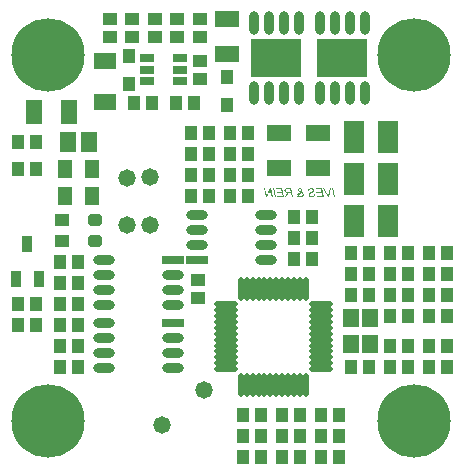
<source format=gbs>
G04*
G04 #@! TF.GenerationSoftware,Altium Limited,Altium Designer,20.0.2 (26)*
G04*
G04 Layer_Color=16711935*
%FSLAX25Y25*%
%MOIN*%
G70*
G01*
G75*
%ADD40R,0.06800X0.10800*%
%ADD45C,0.05800*%
%ADD46C,0.24422*%
%ADD74R,0.03359X0.05328*%
%ADD75O,0.07887X0.01981*%
%ADD76O,0.01981X0.07887*%
%ADD77R,0.07887X0.05249*%
%ADD78R,0.04461X0.04658*%
%ADD79R,0.16548X0.12610*%
%ADD80O,0.03162X0.07878*%
%ADD81R,0.04068X0.04737*%
%ADD82R,0.07300X0.05800*%
%ADD83R,0.04658X0.04461*%
%ADD84R,0.05131X0.03162*%
%ADD85R,0.04800X0.06300*%
%ADD86R,0.05249X0.07887*%
%ADD87O,0.07296X0.03162*%
%ADD88R,0.07296X0.03162*%
%ADD89R,0.04737X0.03950*%
G04:AMPARAMS|DCode=90|XSize=47.37mil|YSize=39.5mil|CornerRadius=0mil|HoleSize=0mil|Usage=FLASHONLY|Rotation=0.000|XOffset=0mil|YOffset=0mil|HoleType=Round|Shape=Octagon|*
%AMOCTAGOND90*
4,1,8,0.02368,-0.00987,0.02368,0.00987,0.01381,0.01975,-0.01381,0.01975,-0.02368,0.00987,-0.02368,-0.00987,-0.01381,-0.01975,0.01381,-0.01975,0.02368,-0.00987,0.0*
%
%ADD90OCTAGOND90*%

%ADD91R,0.05367X0.06587*%
%ADD92R,0.05328X0.06312*%
G36*
X83908Y77516D02*
X83977Y77503D01*
X84039Y77488D01*
X84092Y77472D01*
X84139Y77453D01*
X84158Y77444D01*
X84173Y77438D01*
X84185Y77431D01*
X84195Y77425D01*
X84198Y77422D01*
X84201D01*
X84260Y77381D01*
X84313Y77341D01*
X84357Y77294D01*
X84395Y77250D01*
X84426Y77213D01*
X84444Y77182D01*
X84454Y77169D01*
X84460Y77160D01*
X84463Y77157D01*
Y77154D01*
X84494Y77091D01*
X84516Y77032D01*
X84532Y76976D01*
X84541Y76926D01*
X84548Y76882D01*
X84554Y76851D01*
Y76839D01*
Y76829D01*
Y76826D01*
Y76823D01*
Y76776D01*
X84551Y76733D01*
X84544Y76695D01*
X84541Y76661D01*
X84535Y76630D01*
X84532Y76608D01*
X84529Y76595D01*
Y76589D01*
X84522Y76573D01*
X84516Y76555D01*
X84501Y76508D01*
X84482Y76458D01*
X84460Y76408D01*
X84438Y76361D01*
X84423Y76324D01*
X84416Y76308D01*
X84410Y76296D01*
X84407Y76289D01*
Y76286D01*
X84501Y76243D01*
X84579Y76199D01*
X84647Y76162D01*
X84703Y76127D01*
X84747Y76099D01*
X84778Y76077D01*
X84788Y76068D01*
X84797Y76065D01*
X84800Y76059D01*
X84803D01*
X84866Y76006D01*
X84919Y75950D01*
X84965Y75896D01*
X85003Y75850D01*
X85034Y75806D01*
X85056Y75772D01*
X85062Y75759D01*
X85069Y75753D01*
X85072Y75747D01*
Y75744D01*
X85100Y75675D01*
X85122Y75606D01*
X85137Y75538D01*
X85146Y75475D01*
X85153Y75419D01*
X85156Y75397D01*
X85159Y75375D01*
Y75360D01*
Y75347D01*
Y75341D01*
Y75338D01*
X85156Y75272D01*
X85150Y75213D01*
X85137Y75154D01*
X85122Y75101D01*
X85103Y75048D01*
X85084Y75001D01*
X85062Y74957D01*
X85040Y74917D01*
X85019Y74882D01*
X84997Y74848D01*
X84978Y74823D01*
X84959Y74798D01*
X84944Y74783D01*
X84931Y74767D01*
X84925Y74761D01*
X84922Y74758D01*
X84875Y74717D01*
X84825Y74683D01*
X84775Y74651D01*
X84722Y74627D01*
X84669Y74605D01*
X84616Y74586D01*
X84563Y74570D01*
X84516Y74558D01*
X84469Y74549D01*
X84426Y74542D01*
X84388Y74536D01*
X84354Y74533D01*
X84326D01*
X84307Y74530D01*
X84289D01*
X84210Y74533D01*
X84139Y74542D01*
X84073Y74552D01*
X84014Y74567D01*
X83967Y74580D01*
X83948Y74586D01*
X83933Y74589D01*
X83920Y74595D01*
X83911Y74598D01*
X83905Y74602D01*
X83902D01*
X83833Y74633D01*
X83761Y74673D01*
X83693Y74720D01*
X83624Y74764D01*
X83568Y74808D01*
X83543Y74823D01*
X83521Y74842D01*
X83505Y74854D01*
X83490Y74864D01*
X83483Y74870D01*
X83480Y74873D01*
X83430Y74808D01*
X83374Y74742D01*
X83321Y74686D01*
X83268Y74633D01*
X83222Y74586D01*
X83187Y74555D01*
X83171Y74539D01*
X83162Y74533D01*
X83156Y74527D01*
X83153Y74524D01*
X82885Y74736D01*
X82956Y74820D01*
X83022Y74898D01*
X83078Y74963D01*
X83125Y75023D01*
X83162Y75070D01*
X83178Y75088D01*
X83190Y75104D01*
X83200Y75116D01*
X83206Y75126D01*
X83212Y75129D01*
Y75132D01*
X83131Y75229D01*
X83062Y75326D01*
X83000Y75416D01*
X82950Y75497D01*
X82928Y75531D01*
X82910Y75566D01*
X82894Y75594D01*
X82881Y75619D01*
X82869Y75638D01*
X82863Y75653D01*
X82856Y75662D01*
Y75665D01*
X83165Y75825D01*
X83215Y75740D01*
X83262Y75659D01*
X83309Y75591D01*
X83353Y75531D01*
X83387Y75481D01*
X83402Y75460D01*
X83415Y75444D01*
X83424Y75432D01*
X83434Y75422D01*
X83437Y75416D01*
X83440Y75413D01*
X83483Y75472D01*
X83530Y75531D01*
X83618Y75659D01*
X83702Y75787D01*
X83739Y75850D01*
X83777Y75909D01*
X83811Y75962D01*
X83842Y76015D01*
X83867Y76062D01*
X83892Y76099D01*
X83911Y76134D01*
X83924Y76155D01*
X83933Y76171D01*
X83936Y76177D01*
X83858Y76218D01*
X83789Y76255D01*
X83724Y76293D01*
X83668Y76330D01*
X83615Y76364D01*
X83568Y76399D01*
X83527Y76430D01*
X83490Y76458D01*
X83459Y76486D01*
X83434Y76508D01*
X83412Y76530D01*
X83393Y76545D01*
X83381Y76561D01*
X83371Y76570D01*
X83368Y76577D01*
X83365Y76580D01*
X83340Y76614D01*
X83315Y76652D01*
X83281Y76720D01*
X83253Y76786D01*
X83237Y76845D01*
X83225Y76895D01*
X83222Y76917D01*
Y76932D01*
X83218Y76948D01*
Y76957D01*
Y76964D01*
Y76967D01*
X83222Y77007D01*
X83225Y77048D01*
X83246Y77123D01*
X83271Y77191D01*
X83303Y77247D01*
X83337Y77294D01*
X83349Y77313D01*
X83362Y77328D01*
X83374Y77341D01*
X83384Y77350D01*
X83387Y77354D01*
X83390Y77357D01*
X83421Y77385D01*
X83459Y77410D01*
X83493Y77431D01*
X83530Y77450D01*
X83605Y77478D01*
X83677Y77500D01*
X83739Y77509D01*
X83767Y77513D01*
X83789Y77516D01*
X83808Y77519D01*
X83836D01*
X83908Y77516D01*
D02*
G37*
G36*
X74797Y74592D02*
X74423D01*
X74061Y76346D01*
X74030Y76495D01*
X74018Y76564D01*
X74005Y76633D01*
X73993Y76698D01*
X73983Y76758D01*
X73974Y76814D01*
X73964Y76867D01*
X73958Y76913D01*
X73952Y76957D01*
X73949Y76995D01*
X73943Y77026D01*
X73940Y77048D01*
Y77066D01*
X73936Y77079D01*
Y77082D01*
X73886Y76935D01*
X73833Y76789D01*
X73783Y76652D01*
X73759Y76586D01*
X73734Y76524D01*
X73712Y76467D01*
X73690Y76414D01*
X73671Y76371D01*
X73655Y76330D01*
X73643Y76299D01*
X73634Y76274D01*
X73628Y76262D01*
X73624Y76255D01*
X72926Y74592D01*
X72542D01*
X71943Y77472D01*
X72317D01*
X72670Y75781D01*
X72698Y75638D01*
X72726Y75500D01*
X72735Y75435D01*
X72748Y75372D01*
X72757Y75316D01*
X72766Y75260D01*
X72776Y75210D01*
X72782Y75166D01*
X72788Y75126D01*
X72794Y75091D01*
X72798Y75067D01*
X72801Y75045D01*
X72804Y75032D01*
Y75029D01*
X72822Y75091D01*
X72838Y75148D01*
X72854Y75201D01*
X72869Y75254D01*
X72885Y75301D01*
X72900Y75344D01*
X72913Y75382D01*
X72926Y75419D01*
X72935Y75450D01*
X72944Y75478D01*
X72953Y75500D01*
X72960Y75522D01*
X72966Y75538D01*
X72969Y75547D01*
X72972Y75553D01*
Y75556D01*
X72997Y75622D01*
X73022Y75691D01*
X73078Y75831D01*
X73138Y75968D01*
X73166Y76037D01*
X73191Y76099D01*
X73216Y76162D01*
X73241Y76215D01*
X73262Y76265D01*
X73281Y76308D01*
X73294Y76343D01*
X73306Y76367D01*
X73312Y76383D01*
X73316Y76389D01*
X73790Y77472D01*
X74195D01*
X74797Y74592D01*
D02*
G37*
G36*
X93592D02*
X93177D01*
X91599Y77472D01*
X91995D01*
X93021Y75584D01*
X93043Y75544D01*
X93068Y75497D01*
X93115Y75403D01*
X93165Y75304D01*
X93212Y75210D01*
X93234Y75166D01*
X93255Y75126D01*
X93271Y75091D01*
X93287Y75060D01*
X93299Y75032D01*
X93308Y75014D01*
X93315Y75001D01*
X93318Y74998D01*
X93324Y75054D01*
X93333Y75113D01*
X93349Y75238D01*
X93371Y75363D01*
X93380Y75425D01*
X93389Y75485D01*
X93399Y75538D01*
X93408Y75591D01*
X93418Y75634D01*
X93424Y75675D01*
X93430Y75709D01*
X93436Y75731D01*
X93440Y75747D01*
Y75753D01*
X93770Y77472D01*
X94142D01*
X93592Y74592D01*
D02*
G37*
G36*
X95524D02*
X95143D01*
X94541Y77472D01*
X94921D01*
X95524Y74592D01*
D02*
G37*
G36*
X91786D02*
X89583D01*
X89514Y74917D01*
X91337D01*
X91128Y75921D01*
X89452D01*
X89384Y76246D01*
X91059D01*
X90872Y77148D01*
X89162D01*
X89093Y77472D01*
X91184D01*
X91786Y74592D01*
D02*
G37*
G36*
X81480D02*
X81100D01*
X80831Y75871D01*
X80385D01*
X80304Y75868D01*
X80236Y75865D01*
X80180Y75856D01*
X80133Y75850D01*
X80098Y75840D01*
X80073Y75831D01*
X80058Y75828D01*
X80055Y75825D01*
X80017Y75803D01*
X79980Y75775D01*
X79945Y75744D01*
X79917Y75709D01*
X79892Y75681D01*
X79871Y75656D01*
X79858Y75638D01*
X79855Y75634D01*
Y75631D01*
X79802Y75550D01*
X79755Y75463D01*
X79712Y75379D01*
X79674Y75301D01*
X79655Y75263D01*
X79643Y75229D01*
X79630Y75201D01*
X79618Y75176D01*
X79612Y75154D01*
X79605Y75138D01*
X79599Y75129D01*
Y75126D01*
X79393Y74592D01*
X78963D01*
X79184Y75132D01*
X79228Y75232D01*
X79275Y75329D01*
X79321Y75416D01*
X79346Y75457D01*
X79368Y75497D01*
X79390Y75531D01*
X79409Y75563D01*
X79427Y75591D01*
X79443Y75612D01*
X79453Y75631D01*
X79462Y75644D01*
X79468Y75653D01*
X79471Y75656D01*
X79505Y75700D01*
X79543Y75740D01*
X79584Y75778D01*
X79621Y75815D01*
X79655Y75843D01*
X79686Y75868D01*
X79705Y75881D01*
X79708Y75887D01*
X79712D01*
X79618Y75903D01*
X79531Y75918D01*
X79453Y75940D01*
X79378Y75962D01*
X79309Y75987D01*
X79250Y76012D01*
X79194Y76037D01*
X79147Y76062D01*
X79103Y76087D01*
X79066Y76109D01*
X79034Y76130D01*
X79009Y76149D01*
X78991Y76165D01*
X78975Y76177D01*
X78969Y76183D01*
X78966Y76187D01*
X78925Y76230D01*
X78891Y76277D01*
X78860Y76327D01*
X78832Y76374D01*
X78810Y76424D01*
X78791Y76474D01*
X78776Y76520D01*
X78763Y76564D01*
X78754Y76608D01*
X78747Y76645D01*
X78741Y76683D01*
X78738Y76711D01*
X78735Y76736D01*
Y76754D01*
Y76767D01*
Y76770D01*
X78738Y76860D01*
X78750Y76942D01*
X78769Y77010D01*
X78788Y77073D01*
X78797Y77098D01*
X78807Y77119D01*
X78816Y77138D01*
X78825Y77157D01*
X78832Y77169D01*
X78838Y77179D01*
X78841Y77182D01*
Y77185D01*
X78885Y77241D01*
X78931Y77291D01*
X78978Y77328D01*
X79025Y77360D01*
X79069Y77381D01*
X79100Y77397D01*
X79112Y77403D01*
X79122Y77407D01*
X79128Y77410D01*
X79131D01*
X79169Y77422D01*
X79206Y77431D01*
X79293Y77447D01*
X79384Y77456D01*
X79471Y77466D01*
X79512D01*
X79549Y77469D01*
X79584D01*
X79615Y77472D01*
X80878D01*
X81480Y74592D01*
D02*
G37*
G36*
X78598D02*
X76395D01*
X76326Y74917D01*
X78148D01*
X77939Y75921D01*
X76264D01*
X76195Y76246D01*
X77871D01*
X77684Y77148D01*
X75974D01*
X75905Y77472D01*
X77996D01*
X78598Y74592D01*
D02*
G37*
G36*
X75852D02*
X75471D01*
X74869Y77472D01*
X75250D01*
X75852Y74592D01*
D02*
G37*
G36*
X87736Y77516D02*
X87836Y77503D01*
X87926Y77488D01*
X87967Y77478D01*
X88004Y77472D01*
X88039Y77463D01*
X88067Y77453D01*
X88095Y77444D01*
X88117Y77438D01*
X88132Y77431D01*
X88148Y77425D01*
X88154Y77422D01*
X88157D01*
X88238Y77385D01*
X88310Y77341D01*
X88373Y77294D01*
X88423Y77250D01*
X88463Y77213D01*
X88491Y77179D01*
X88500Y77166D01*
X88507Y77160D01*
X88513Y77154D01*
Y77151D01*
X88554Y77082D01*
X88585Y77013D01*
X88604Y76945D01*
X88619Y76885D01*
X88628Y76832D01*
X88631Y76807D01*
Y76789D01*
X88635Y76773D01*
Y76761D01*
Y76754D01*
Y76751D01*
X88631Y76683D01*
X88619Y76617D01*
X88607Y76558D01*
X88588Y76508D01*
X88572Y76464D01*
X88557Y76436D01*
X88554Y76424D01*
X88547Y76414D01*
X88544Y76411D01*
Y76408D01*
X88504Y76352D01*
X88460Y76302D01*
X88413Y76255D01*
X88366Y76215D01*
X88323Y76180D01*
X88288Y76152D01*
X88276Y76143D01*
X88266Y76137D01*
X88260Y76134D01*
X88257Y76130D01*
X88232Y76115D01*
X88201Y76099D01*
X88167Y76081D01*
X88132Y76062D01*
X88054Y76024D01*
X87976Y75990D01*
X87908Y75956D01*
X87873Y75943D01*
X87848Y75931D01*
X87823Y75921D01*
X87808Y75912D01*
X87795Y75909D01*
X87792Y75906D01*
X87714Y75871D01*
X87643Y75837D01*
X87580Y75809D01*
X87524Y75778D01*
X87474Y75753D01*
X87430Y75728D01*
X87393Y75706D01*
X87359Y75684D01*
X87334Y75665D01*
X87309Y75650D01*
X87293Y75638D01*
X87278Y75625D01*
X87268Y75619D01*
X87262Y75612D01*
X87256Y75606D01*
X87224Y75563D01*
X87199Y75522D01*
X87184Y75478D01*
X87171Y75441D01*
X87165Y75410D01*
X87159Y75382D01*
Y75366D01*
Y75363D01*
Y75360D01*
X87162Y75326D01*
X87168Y75288D01*
X87174Y75257D01*
X87187Y75226D01*
X87218Y75166D01*
X87249Y75113D01*
X87284Y75073D01*
X87315Y75042D01*
X87327Y75029D01*
X87334Y75020D01*
X87340Y75017D01*
X87343Y75014D01*
X87377Y74989D01*
X87418Y74963D01*
X87502Y74926D01*
X87590Y74901D01*
X87674Y74882D01*
X87714Y74876D01*
X87752Y74873D01*
X87783Y74867D01*
X87814D01*
X87836Y74864D01*
X87870D01*
X87958Y74867D01*
X88039Y74876D01*
X88111Y74889D01*
X88173Y74901D01*
X88198Y74907D01*
X88223Y74914D01*
X88241Y74920D01*
X88260Y74926D01*
X88273Y74932D01*
X88282Y74936D01*
X88288Y74939D01*
X88292D01*
X88354Y74970D01*
X88407Y75004D01*
X88451Y75038D01*
X88485Y75073D01*
X88513Y75104D01*
X88532Y75129D01*
X88544Y75144D01*
X88547Y75151D01*
X88572Y75204D01*
X88591Y75257D01*
X88604Y75310D01*
X88613Y75357D01*
X88619Y75397D01*
X88622Y75428D01*
Y75441D01*
Y75450D01*
Y75453D01*
Y75457D01*
X88616Y75560D01*
X88994Y75525D01*
X88990Y75425D01*
X88981Y75332D01*
X88965Y75248D01*
X88943Y75173D01*
X88922Y75101D01*
X88897Y75038D01*
X88869Y74982D01*
X88837Y74932D01*
X88809Y74892D01*
X88781Y74854D01*
X88756Y74823D01*
X88731Y74798D01*
X88713Y74779D01*
X88697Y74767D01*
X88688Y74761D01*
X88685Y74758D01*
X88625Y74720D01*
X88560Y74689D01*
X88494Y74661D01*
X88429Y74636D01*
X88360Y74614D01*
X88295Y74598D01*
X88229Y74583D01*
X88167Y74573D01*
X88107Y74564D01*
X88054Y74558D01*
X88004Y74552D01*
X87964Y74549D01*
X87929Y74546D01*
X87883D01*
X87764Y74549D01*
X87655Y74561D01*
X87605Y74570D01*
X87558Y74580D01*
X87515Y74589D01*
X87474Y74598D01*
X87437Y74608D01*
X87405Y74617D01*
X87377Y74627D01*
X87352Y74636D01*
X87334Y74642D01*
X87321Y74648D01*
X87312Y74651D01*
X87309D01*
X87218Y74695D01*
X87140Y74745D01*
X87072Y74795D01*
X87015Y74845D01*
X86972Y74889D01*
X86953Y74907D01*
X86937Y74926D01*
X86928Y74939D01*
X86919Y74948D01*
X86915Y74954D01*
X86912Y74957D01*
X86888Y74995D01*
X86866Y75032D01*
X86828Y75107D01*
X86803Y75179D01*
X86788Y75248D01*
X86775Y75304D01*
X86772Y75329D01*
Y75347D01*
X86769Y75366D01*
Y75379D01*
Y75385D01*
Y75388D01*
X86772Y75457D01*
X86781Y75519D01*
X86797Y75575D01*
X86813Y75625D01*
X86828Y75665D01*
X86844Y75697D01*
X86847Y75706D01*
X86853Y75716D01*
X86856Y75719D01*
Y75722D01*
X86891Y75775D01*
X86928Y75825D01*
X86969Y75868D01*
X87009Y75906D01*
X87043Y75934D01*
X87072Y75956D01*
X87090Y75971D01*
X87093Y75974D01*
X87097D01*
X87121Y75990D01*
X87150Y76009D01*
X87215Y76043D01*
X87284Y76081D01*
X87356Y76115D01*
X87421Y76146D01*
X87452Y76158D01*
X87477Y76171D01*
X87496Y76180D01*
X87515Y76187D01*
X87524Y76193D01*
X87527D01*
X87596Y76224D01*
X87658Y76252D01*
X87714Y76277D01*
X87764Y76299D01*
X87808Y76321D01*
X87848Y76340D01*
X87883Y76355D01*
X87911Y76367D01*
X87936Y76380D01*
X87958Y76389D01*
X87976Y76399D01*
X87989Y76405D01*
X87998Y76411D01*
X88004Y76414D01*
X88011Y76417D01*
X88061Y76449D01*
X88101Y76477D01*
X88135Y76505D01*
X88164Y76530D01*
X88185Y76548D01*
X88198Y76567D01*
X88207Y76577D01*
X88210Y76580D01*
X88229Y76611D01*
X88241Y76645D01*
X88251Y76676D01*
X88257Y76708D01*
X88260Y76733D01*
X88263Y76751D01*
Y76767D01*
Y76770D01*
X88257Y76836D01*
X88241Y76892D01*
X88223Y76942D01*
X88198Y76982D01*
X88173Y77013D01*
X88154Y77038D01*
X88139Y77051D01*
X88132Y77057D01*
X88098Y77082D01*
X88061Y77104D01*
X87983Y77141D01*
X87902Y77166D01*
X87820Y77182D01*
X87786Y77188D01*
X87752Y77194D01*
X87721Y77197D01*
X87695D01*
X87674Y77201D01*
X87643D01*
X87577Y77197D01*
X87518Y77191D01*
X87462Y77185D01*
X87415Y77176D01*
X87377Y77163D01*
X87346Y77157D01*
X87327Y77151D01*
X87321Y77148D01*
X87268Y77129D01*
X87224Y77107D01*
X87184Y77085D01*
X87153Y77063D01*
X87128Y77045D01*
X87109Y77029D01*
X87097Y77020D01*
X87093Y77017D01*
X87062Y76985D01*
X87037Y76951D01*
X87015Y76917D01*
X87000Y76885D01*
X86987Y76857D01*
X86975Y76836D01*
X86972Y76820D01*
X86969Y76814D01*
X86962Y76786D01*
X86956Y76754D01*
X86953Y76723D01*
X86950Y76692D01*
X86947Y76667D01*
Y76642D01*
Y76630D01*
Y76623D01*
X86576Y76655D01*
X86572Y76679D01*
Y76698D01*
Y76711D01*
Y76714D01*
X86576Y76783D01*
X86588Y76848D01*
X86607Y76910D01*
X86625Y76967D01*
X86647Y77013D01*
X86657Y77035D01*
X86663Y77051D01*
X86672Y77066D01*
X86675Y77076D01*
X86681Y77082D01*
Y77085D01*
X86703Y77123D01*
X86728Y77154D01*
X86781Y77216D01*
X86841Y77272D01*
X86900Y77316D01*
X86950Y77354D01*
X86975Y77366D01*
X86993Y77378D01*
X87012Y77388D01*
X87025Y77394D01*
X87031Y77400D01*
X87034D01*
X87128Y77441D01*
X87227Y77469D01*
X87327Y77491D01*
X87421Y77503D01*
X87465Y77509D01*
X87502Y77513D01*
X87536Y77516D01*
X87568D01*
X87593Y77519D01*
X87627D01*
X87736Y77516D01*
D02*
G37*
%LPC*%
G36*
X83846Y77235D02*
X83839D01*
X83799Y77232D01*
X83761Y77222D01*
X83730Y77210D01*
X83699Y77194D01*
X83677Y77179D01*
X83661Y77166D01*
X83649Y77157D01*
X83646Y77154D01*
X83618Y77123D01*
X83599Y77091D01*
X83583Y77057D01*
X83574Y77026D01*
X83568Y76998D01*
X83565Y76976D01*
Y76964D01*
Y76957D01*
X83568Y76917D01*
X83577Y76876D01*
X83593Y76842D01*
X83608Y76807D01*
X83624Y76783D01*
X83640Y76761D01*
X83649Y76748D01*
X83652Y76742D01*
X83677Y76714D01*
X83705Y76686D01*
X83767Y76630D01*
X83836Y76580D01*
X83905Y76536D01*
X83967Y76495D01*
X83992Y76480D01*
X84017Y76467D01*
X84036Y76458D01*
X84051Y76449D01*
X84061Y76446D01*
X84064Y76442D01*
X84104Y76527D01*
X84136Y76605D01*
X84154Y76676D01*
X84170Y76736D01*
X84179Y76786D01*
X84182Y76807D01*
Y76826D01*
X84185Y76839D01*
Y76848D01*
Y76854D01*
Y76857D01*
X84182Y76913D01*
X84170Y76964D01*
X84154Y77007D01*
X84132Y77048D01*
X84114Y77079D01*
X84098Y77104D01*
X84086Y77116D01*
X84083Y77123D01*
X84042Y77160D01*
X83998Y77188D01*
X83958Y77207D01*
X83920Y77222D01*
X83889Y77229D01*
X83861Y77232D01*
X83846Y77235D01*
D02*
G37*
G36*
X84260Y76009D02*
X84257D01*
X84217Y75937D01*
X84173Y75862D01*
X84083Y75712D01*
X83989Y75569D01*
X83942Y75500D01*
X83895Y75435D01*
X83852Y75372D01*
X83814Y75319D01*
X83777Y75269D01*
X83746Y75226D01*
X83721Y75191D01*
X83702Y75166D01*
X83689Y75151D01*
X83686Y75144D01*
X83742Y75091D01*
X83795Y75048D01*
X83849Y75007D01*
X83902Y74976D01*
X83951Y74948D01*
X84001Y74923D01*
X84048Y74904D01*
X84092Y74889D01*
X84129Y74876D01*
X84167Y74867D01*
X84198Y74861D01*
X84226Y74857D01*
X84248Y74854D01*
X84263Y74851D01*
X84276D01*
X84317Y74854D01*
X84354Y74857D01*
X84426Y74876D01*
X84488Y74901D01*
X84544Y74929D01*
X84588Y74957D01*
X84619Y74979D01*
X84632Y74992D01*
X84641Y74998D01*
X84644Y75001D01*
X84647Y75004D01*
X84672Y75032D01*
X84697Y75063D01*
X84735Y75129D01*
X84760Y75191D01*
X84778Y75251D01*
X84788Y75304D01*
X84794Y75326D01*
Y75344D01*
X84797Y75360D01*
Y75372D01*
Y75379D01*
Y75382D01*
X84794Y75422D01*
X84791Y75460D01*
X84772Y75534D01*
X84747Y75600D01*
X84719Y75656D01*
X84691Y75703D01*
X84679Y75722D01*
X84666Y75737D01*
X84657Y75750D01*
X84647Y75759D01*
X84644Y75762D01*
X84641Y75765D01*
X84616Y75787D01*
X84591Y75809D01*
X84532Y75853D01*
X84469Y75893D01*
X84407Y75931D01*
X84348Y75962D01*
X84323Y75974D01*
X84301Y75987D01*
X84282Y75996D01*
X84270Y76003D01*
X84260Y76009D01*
D02*
G37*
G36*
X80563Y77157D02*
X79546D01*
X79481Y77151D01*
X79427Y77148D01*
X79384Y77141D01*
X79353Y77135D01*
X79331Y77129D01*
X79315Y77126D01*
X79312Y77123D01*
X79278Y77107D01*
X79250Y77088D01*
X79225Y77066D01*
X79203Y77045D01*
X79184Y77026D01*
X79172Y77010D01*
X79166Y76998D01*
X79162Y76995D01*
X79144Y76957D01*
X79128Y76920D01*
X79119Y76885D01*
X79109Y76851D01*
X79106Y76820D01*
X79103Y76798D01*
Y76783D01*
Y76776D01*
X79106Y76720D01*
X79115Y76670D01*
X79128Y76620D01*
X79141Y76580D01*
X79156Y76545D01*
X79169Y76517D01*
X79178Y76502D01*
X79181Y76495D01*
X79212Y76449D01*
X79247Y76408D01*
X79284Y76374D01*
X79318Y76346D01*
X79349Y76321D01*
X79378Y76305D01*
X79393Y76293D01*
X79396Y76289D01*
X79400D01*
X79453Y76265D01*
X79512Y76243D01*
X79571Y76224D01*
X79627Y76212D01*
X79677Y76202D01*
X79699Y76199D01*
X79718Y76196D01*
X79733D01*
X79746Y76193D01*
X79780D01*
X79808Y76190D01*
X79843D01*
X79877Y76187D01*
X79958D01*
X80036Y76183D01*
X80766D01*
X80563Y77157D01*
D02*
G37*
%LPD*%
D40*
X113232Y66524D02*
D03*
X101815D02*
D03*
X113232Y80524D02*
D03*
X101815D02*
D03*
X113232Y94524D02*
D03*
X101815D02*
D03*
D45*
X33824Y65324D02*
D03*
X26087Y65148D02*
D03*
X33924Y81204D02*
D03*
X26097Y80913D02*
D03*
X37905Y-1476D02*
D03*
X52024Y10148D02*
D03*
D46*
X122047Y122047D02*
D03*
Y0D02*
D03*
X0D02*
D03*
Y122047D02*
D03*
D74*
X-6976Y58831D02*
D03*
X-10717Y47216D02*
D03*
X-3236D02*
D03*
D75*
X90969Y38850D02*
D03*
Y36882D02*
D03*
Y34913D02*
D03*
Y32945D02*
D03*
Y30976D02*
D03*
Y29008D02*
D03*
Y27039D02*
D03*
Y25071D02*
D03*
Y23102D02*
D03*
Y21134D02*
D03*
Y19165D02*
D03*
Y17197D02*
D03*
X59079D02*
D03*
Y19165D02*
D03*
Y21134D02*
D03*
Y23102D02*
D03*
Y25071D02*
D03*
Y27039D02*
D03*
Y29008D02*
D03*
Y30976D02*
D03*
Y32945D02*
D03*
Y34913D02*
D03*
Y36882D02*
D03*
Y38850D02*
D03*
D76*
X85850Y12079D02*
D03*
X83882D02*
D03*
X81913D02*
D03*
X79945D02*
D03*
X77976D02*
D03*
X76008D02*
D03*
X74039D02*
D03*
X72071D02*
D03*
X70102D02*
D03*
X68134D02*
D03*
X66165D02*
D03*
X64197D02*
D03*
Y43968D02*
D03*
X66165D02*
D03*
X68134D02*
D03*
X70102D02*
D03*
X72071D02*
D03*
X74039D02*
D03*
X76008D02*
D03*
X77976D02*
D03*
X79945D02*
D03*
X81913D02*
D03*
X83882D02*
D03*
X85850D02*
D03*
D77*
X77024Y95890D02*
D03*
Y84158D02*
D03*
X90024D02*
D03*
Y95890D02*
D03*
X59524Y133890D02*
D03*
Y122158D02*
D03*
D78*
X81992Y54024D02*
D03*
X88055D02*
D03*
X88055Y61024D02*
D03*
X81992D02*
D03*
Y68024D02*
D03*
X88055D02*
D03*
X66555Y96024D02*
D03*
X60492D02*
D03*
X133055Y48924D02*
D03*
X126992D02*
D03*
X100992Y17924D02*
D03*
X107055D02*
D03*
X126992D02*
D03*
X133055D02*
D03*
X113992D02*
D03*
X120055D02*
D03*
X100992Y48924D02*
D03*
X107055D02*
D03*
X120055D02*
D03*
X113992D02*
D03*
X60492Y89024D02*
D03*
X66555D02*
D03*
X53555Y75024D02*
D03*
X47492D02*
D03*
X48555Y106024D02*
D03*
X42492D02*
D03*
X28492D02*
D03*
X34555D02*
D03*
X3992Y32024D02*
D03*
X10055D02*
D03*
X3992Y46024D02*
D03*
X10055D02*
D03*
X126992Y24924D02*
D03*
X133055D02*
D03*
X-3945Y93024D02*
D03*
X-10008D02*
D03*
X107055Y55924D02*
D03*
X100992D02*
D03*
X120055D02*
D03*
X113992D02*
D03*
X126992D02*
D03*
X133055D02*
D03*
X113992Y24924D02*
D03*
X120055D02*
D03*
Y34924D02*
D03*
X113992D02*
D03*
Y41924D02*
D03*
X120055D02*
D03*
X10055Y18024D02*
D03*
X3992D02*
D03*
X-10008Y32024D02*
D03*
X-3945D02*
D03*
X-10008Y84024D02*
D03*
X-3945D02*
D03*
X-10008Y39024D02*
D03*
X-3945D02*
D03*
X53555Y96024D02*
D03*
X47492D02*
D03*
X66555Y82024D02*
D03*
X60492D02*
D03*
X47492Y89024D02*
D03*
X53555D02*
D03*
X60492Y75024D02*
D03*
X66555D02*
D03*
X47492Y82024D02*
D03*
X53555D02*
D03*
X97055Y-11976D02*
D03*
X90992D02*
D03*
Y2024D02*
D03*
X97055D02*
D03*
X84055Y-11976D02*
D03*
X77992D02*
D03*
X64992Y2024D02*
D03*
X71055D02*
D03*
X64992Y-4976D02*
D03*
X71055D02*
D03*
X84055Y2024D02*
D03*
X77992D02*
D03*
X90992Y-4976D02*
D03*
X97055D02*
D03*
X77992D02*
D03*
X84055D02*
D03*
X10055Y25024D02*
D03*
X3992D02*
D03*
X10055Y53024D02*
D03*
X3992D02*
D03*
X10055Y39024D02*
D03*
X3992D02*
D03*
X133055Y41924D02*
D03*
X126992D02*
D03*
X71055Y-11976D02*
D03*
X64992D02*
D03*
X126992Y34924D02*
D03*
X133055D02*
D03*
X107055Y41924D02*
D03*
X100992D02*
D03*
D79*
X76024Y121024D02*
D03*
X97924D02*
D03*
D80*
X68524Y132724D02*
D03*
X73524D02*
D03*
X78524D02*
D03*
X83524D02*
D03*
X68524Y109324D02*
D03*
X73524D02*
D03*
X78524D02*
D03*
X83524D02*
D03*
X105424D02*
D03*
X100424D02*
D03*
X95424D02*
D03*
X90424D02*
D03*
X105424Y132724D02*
D03*
X100424D02*
D03*
X95424D02*
D03*
X90424D02*
D03*
D81*
X59524Y114669D02*
D03*
Y105378D02*
D03*
X27024Y112378D02*
D03*
Y121669D02*
D03*
D82*
X19024Y106274D02*
D03*
Y119774D02*
D03*
D83*
X50524Y120055D02*
D03*
Y113992D02*
D03*
Y127992D02*
D03*
Y134055D02*
D03*
X43024Y134055D02*
D03*
Y127992D02*
D03*
X35524Y127992D02*
D03*
Y134055D02*
D03*
X28024Y127992D02*
D03*
Y134055D02*
D03*
X20524Y127992D02*
D03*
Y134055D02*
D03*
X50024Y47055D02*
D03*
Y40992D02*
D03*
D84*
X33012Y113284D02*
D03*
Y117024D02*
D03*
Y120764D02*
D03*
X44035D02*
D03*
Y117024D02*
D03*
Y113284D02*
D03*
D85*
X14524Y84024D02*
D03*
X5524D02*
D03*
X14524Y75024D02*
D03*
X5524D02*
D03*
D86*
X6890Y103024D02*
D03*
X-4843D02*
D03*
D87*
X18606Y38524D02*
D03*
Y43524D02*
D03*
Y48524D02*
D03*
Y53524D02*
D03*
X41441Y38524D02*
D03*
Y43524D02*
D03*
Y48524D02*
D03*
X18606Y17524D02*
D03*
Y22524D02*
D03*
Y27524D02*
D03*
Y32524D02*
D03*
X41441Y17524D02*
D03*
Y22524D02*
D03*
Y27524D02*
D03*
X72441Y68524D02*
D03*
Y63524D02*
D03*
Y58524D02*
D03*
Y53524D02*
D03*
X49606Y68524D02*
D03*
Y63524D02*
D03*
Y58524D02*
D03*
D88*
X41441Y53524D02*
D03*
Y32524D02*
D03*
X49606Y53524D02*
D03*
D89*
X4512Y60024D02*
D03*
Y67024D02*
D03*
D90*
X15535Y60024D02*
D03*
Y67024D02*
D03*
D91*
X13528Y93024D02*
D03*
X6520D02*
D03*
D92*
X100874Y34254D02*
D03*
X107173Y25593D02*
D03*
X100874D02*
D03*
X107173Y34254D02*
D03*
M02*

</source>
